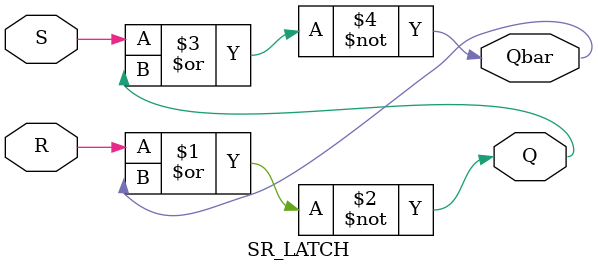
<source format=v>
module SR_LATCH(S,R,Q,Qbar);

input S,R;
output Q,Qbar;

nor nor1(Q,R,Qbar);
nor nor2(Qbar,S,Q);

endmodule

</source>
